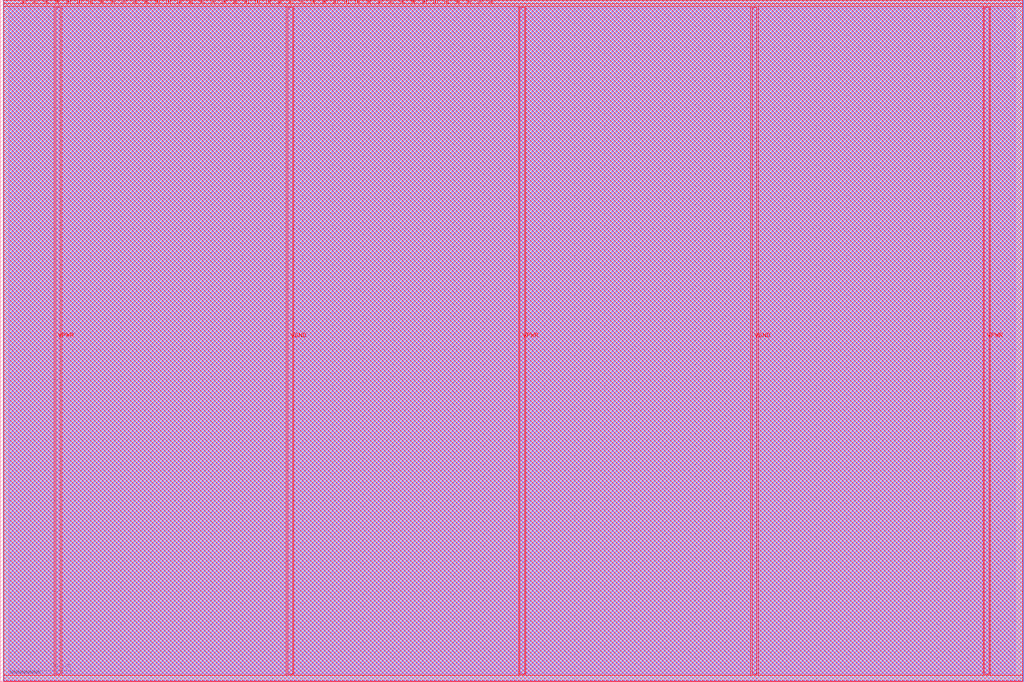
<source format=lef>
VERSION 5.7 ;
  NOWIREEXTENSIONATPIN ON ;
  DIVIDERCHAR "/" ;
  BUSBITCHARS "[]" ;
MACRO tt_um_phansel_laplace_lut
  CLASS BLOCK ;
  FOREIGN tt_um_phansel_laplace_lut ;
  ORIGIN 0.000 0.000 ;
  SIZE 338.560 BY 225.760 ;
  PIN VGND
    DIRECTION INOUT ;
    USE GROUND ;
    PORT
      LAYER met4 ;
        RECT 95.080 2.480 96.680 223.280 ;
    END
    PORT
      LAYER met4 ;
        RECT 248.680 2.480 250.280 223.280 ;
    END
  END VGND
  PIN VPWR
    DIRECTION INOUT ;
    USE POWER ;
    PORT
      LAYER met4 ;
        RECT 18.280 2.480 19.880 223.280 ;
    END
    PORT
      LAYER met4 ;
        RECT 171.880 2.480 173.480 223.280 ;
    END
    PORT
      LAYER met4 ;
        RECT 325.480 2.480 327.080 223.280 ;
    END
  END VPWR
  PIN clk
    DIRECTION INPUT ;
    USE SIGNAL ;
    ANTENNAGATEAREA 0.852000 ;
    PORT
      LAYER met4 ;
        RECT 158.550 224.760 158.850 225.760 ;
    END
  END clk
  PIN ena
    DIRECTION INPUT ;
    USE SIGNAL ;
    PORT
      LAYER met4 ;
        RECT 162.230 224.760 162.530 225.760 ;
    END
  END ena
  PIN rst_n
    DIRECTION INPUT ;
    USE SIGNAL ;
    ANTENNAGATEAREA 0.159000 ;
    PORT
      LAYER met4 ;
        RECT 154.870 224.760 155.170 225.760 ;
    END
  END rst_n
  PIN ui_in[0]
    DIRECTION INPUT ;
    USE SIGNAL ;
    ANTENNAGATEAREA 0.213000 ;
    PORT
      LAYER met4 ;
        RECT 151.190 224.760 151.490 225.760 ;
    END
  END ui_in[0]
  PIN ui_in[1]
    DIRECTION INPUT ;
    USE SIGNAL ;
    ANTENNAGATEAREA 0.196500 ;
    PORT
      LAYER met4 ;
        RECT 147.510 224.760 147.810 225.760 ;
    END
  END ui_in[1]
  PIN ui_in[2]
    DIRECTION INPUT ;
    USE SIGNAL ;
    ANTENNAGATEAREA 0.213000 ;
    PORT
      LAYER met4 ;
        RECT 143.830 224.760 144.130 225.760 ;
    END
  END ui_in[2]
  PIN ui_in[3]
    DIRECTION INPUT ;
    USE SIGNAL ;
    ANTENNAGATEAREA 0.159000 ;
    PORT
      LAYER met4 ;
        RECT 140.150 224.760 140.450 225.760 ;
    END
  END ui_in[3]
  PIN ui_in[4]
    DIRECTION INPUT ;
    USE SIGNAL ;
    ANTENNAGATEAREA 0.159000 ;
    PORT
      LAYER met4 ;
        RECT 136.470 224.760 136.770 225.760 ;
    END
  END ui_in[4]
  PIN ui_in[5]
    DIRECTION INPUT ;
    USE SIGNAL ;
    ANTENNAGATEAREA 0.213000 ;
    PORT
      LAYER met4 ;
        RECT 132.790 224.760 133.090 225.760 ;
    END
  END ui_in[5]
  PIN ui_in[6]
    DIRECTION INPUT ;
    USE SIGNAL ;
    ANTENNAGATEAREA 0.126000 ;
    PORT
      LAYER met4 ;
        RECT 129.110 224.760 129.410 225.760 ;
    END
  END ui_in[6]
  PIN ui_in[7]
    DIRECTION INPUT ;
    USE SIGNAL ;
    ANTENNAGATEAREA 0.196500 ;
    PORT
      LAYER met4 ;
        RECT 125.430 224.760 125.730 225.760 ;
    END
  END ui_in[7]
  PIN uio_in[0]
    DIRECTION INPUT ;
    USE SIGNAL ;
    PORT
      LAYER met4 ;
        RECT 121.750 224.760 122.050 225.760 ;
    END
  END uio_in[0]
  PIN uio_in[1]
    DIRECTION INPUT ;
    USE SIGNAL ;
    PORT
      LAYER met4 ;
        RECT 118.070 224.760 118.370 225.760 ;
    END
  END uio_in[1]
  PIN uio_in[2]
    DIRECTION INPUT ;
    USE SIGNAL ;
    PORT
      LAYER met4 ;
        RECT 114.390 224.760 114.690 225.760 ;
    END
  END uio_in[2]
  PIN uio_in[3]
    DIRECTION INPUT ;
    USE SIGNAL ;
    PORT
      LAYER met4 ;
        RECT 110.710 224.760 111.010 225.760 ;
    END
  END uio_in[3]
  PIN uio_in[4]
    DIRECTION INPUT ;
    USE SIGNAL ;
    PORT
      LAYER met4 ;
        RECT 107.030 224.760 107.330 225.760 ;
    END
  END uio_in[4]
  PIN uio_in[5]
    DIRECTION INPUT ;
    USE SIGNAL ;
    PORT
      LAYER met4 ;
        RECT 103.350 224.760 103.650 225.760 ;
    END
  END uio_in[5]
  PIN uio_in[6]
    DIRECTION INPUT ;
    USE SIGNAL ;
    PORT
      LAYER met4 ;
        RECT 99.670 224.760 99.970 225.760 ;
    END
  END uio_in[6]
  PIN uio_in[7]
    DIRECTION INPUT ;
    USE SIGNAL ;
    PORT
      LAYER met4 ;
        RECT 95.990 224.760 96.290 225.760 ;
    END
  END uio_in[7]
  PIN uio_oe[0]
    DIRECTION OUTPUT TRISTATE ;
    USE SIGNAL ;
    PORT
      LAYER met4 ;
        RECT 33.430 224.760 33.730 225.760 ;
    END
  END uio_oe[0]
  PIN uio_oe[1]
    DIRECTION OUTPUT TRISTATE ;
    USE SIGNAL ;
    PORT
      LAYER met4 ;
        RECT 29.750 224.760 30.050 225.760 ;
    END
  END uio_oe[1]
  PIN uio_oe[2]
    DIRECTION OUTPUT TRISTATE ;
    USE SIGNAL ;
    PORT
      LAYER met4 ;
        RECT 26.070 224.760 26.370 225.760 ;
    END
  END uio_oe[2]
  PIN uio_oe[3]
    DIRECTION OUTPUT TRISTATE ;
    USE SIGNAL ;
    PORT
      LAYER met4 ;
        RECT 22.390 224.760 22.690 225.760 ;
    END
  END uio_oe[3]
  PIN uio_oe[4]
    DIRECTION OUTPUT TRISTATE ;
    USE SIGNAL ;
    PORT
      LAYER met4 ;
        RECT 18.710 224.760 19.010 225.760 ;
    END
  END uio_oe[4]
  PIN uio_oe[5]
    DIRECTION OUTPUT TRISTATE ;
    USE SIGNAL ;
    PORT
      LAYER met4 ;
        RECT 15.030 224.760 15.330 225.760 ;
    END
  END uio_oe[5]
  PIN uio_oe[6]
    DIRECTION OUTPUT TRISTATE ;
    USE SIGNAL ;
    PORT
      LAYER met4 ;
        RECT 11.350 224.760 11.650 225.760 ;
    END
  END uio_oe[6]
  PIN uio_oe[7]
    DIRECTION OUTPUT TRISTATE ;
    USE SIGNAL ;
    PORT
      LAYER met4 ;
        RECT 7.670 224.760 7.970 225.760 ;
    END
  END uio_oe[7]
  PIN uio_out[0]
    DIRECTION OUTPUT TRISTATE ;
    USE SIGNAL ;
    ANTENNADIFFAREA 0.445500 ;
    PORT
      LAYER met4 ;
        RECT 62.870 224.760 63.170 225.760 ;
    END
  END uio_out[0]
  PIN uio_out[1]
    DIRECTION OUTPUT TRISTATE ;
    USE SIGNAL ;
    ANTENNADIFFAREA 0.891000 ;
    PORT
      LAYER met4 ;
        RECT 59.190 224.760 59.490 225.760 ;
    END
  END uio_out[1]
  PIN uio_out[2]
    DIRECTION OUTPUT TRISTATE ;
    USE SIGNAL ;
    ANTENNADIFFAREA 0.445500 ;
    PORT
      LAYER met4 ;
        RECT 55.510 224.760 55.810 225.760 ;
    END
  END uio_out[2]
  PIN uio_out[3]
    DIRECTION OUTPUT TRISTATE ;
    USE SIGNAL ;
    ANTENNADIFFAREA 0.891000 ;
    PORT
      LAYER met4 ;
        RECT 51.830 224.760 52.130 225.760 ;
    END
  END uio_out[3]
  PIN uio_out[4]
    DIRECTION OUTPUT TRISTATE ;
    USE SIGNAL ;
    ANTENNADIFFAREA 0.445500 ;
    PORT
      LAYER met4 ;
        RECT 48.150 224.760 48.450 225.760 ;
    END
  END uio_out[4]
  PIN uio_out[5]
    DIRECTION OUTPUT TRISTATE ;
    USE SIGNAL ;
    ANTENNADIFFAREA 0.445500 ;
    PORT
      LAYER met4 ;
        RECT 44.470 224.760 44.770 225.760 ;
    END
  END uio_out[5]
  PIN uio_out[6]
    DIRECTION OUTPUT TRISTATE ;
    USE SIGNAL ;
    ANTENNADIFFAREA 0.891000 ;
    PORT
      LAYER met4 ;
        RECT 40.790 224.760 41.090 225.760 ;
    END
  END uio_out[6]
  PIN uio_out[7]
    DIRECTION OUTPUT TRISTATE ;
    USE SIGNAL ;
    PORT
      LAYER met4 ;
        RECT 37.110 224.760 37.410 225.760 ;
    END
  END uio_out[7]
  PIN uo_out[0]
    DIRECTION OUTPUT TRISTATE ;
    USE SIGNAL ;
    ANTENNADIFFAREA 0.445500 ;
    PORT
      LAYER met4 ;
        RECT 92.310 224.760 92.610 225.760 ;
    END
  END uo_out[0]
  PIN uo_out[1]
    DIRECTION OUTPUT TRISTATE ;
    USE SIGNAL ;
    ANTENNADIFFAREA 0.445500 ;
    PORT
      LAYER met4 ;
        RECT 88.630 224.760 88.930 225.760 ;
    END
  END uo_out[1]
  PIN uo_out[2]
    DIRECTION OUTPUT TRISTATE ;
    USE SIGNAL ;
    ANTENNADIFFAREA 0.445500 ;
    PORT
      LAYER met4 ;
        RECT 84.950 224.760 85.250 225.760 ;
    END
  END uo_out[2]
  PIN uo_out[3]
    DIRECTION OUTPUT TRISTATE ;
    USE SIGNAL ;
    ANTENNADIFFAREA 0.445500 ;
    PORT
      LAYER met4 ;
        RECT 81.270 224.760 81.570 225.760 ;
    END
  END uo_out[3]
  PIN uo_out[4]
    DIRECTION OUTPUT TRISTATE ;
    USE SIGNAL ;
    ANTENNADIFFAREA 0.445500 ;
    PORT
      LAYER met4 ;
        RECT 77.590 224.760 77.890 225.760 ;
    END
  END uo_out[4]
  PIN uo_out[5]
    DIRECTION OUTPUT TRISTATE ;
    USE SIGNAL ;
    ANTENNADIFFAREA 0.445500 ;
    PORT
      LAYER met4 ;
        RECT 73.910 224.760 74.210 225.760 ;
    END
  END uo_out[5]
  PIN uo_out[6]
    DIRECTION OUTPUT TRISTATE ;
    USE SIGNAL ;
    ANTENNADIFFAREA 0.445500 ;
    PORT
      LAYER met4 ;
        RECT 70.230 224.760 70.530 225.760 ;
    END
  END uo_out[6]
  PIN uo_out[7]
    DIRECTION OUTPUT TRISTATE ;
    USE SIGNAL ;
    PORT
      LAYER met4 ;
        RECT 66.550 224.760 66.850 225.760 ;
    END
  END uo_out[7]
  OBS
      LAYER li1 ;
        RECT 2.760 2.635 335.800 223.125 ;
      LAYER met1 ;
        RECT 0.990 0.380 338.490 225.720 ;
      LAYER met2 ;
        RECT 1.010 0.155 338.470 225.750 ;
      LAYER met3 ;
        RECT 0.985 0.175 338.495 225.585 ;
      LAYER met4 ;
        RECT 1.215 224.360 7.270 225.585 ;
        RECT 8.370 224.360 10.950 225.585 ;
        RECT 12.050 224.360 14.630 225.585 ;
        RECT 15.730 224.360 18.310 225.585 ;
        RECT 19.410 224.360 21.990 225.585 ;
        RECT 23.090 224.360 25.670 225.585 ;
        RECT 26.770 224.360 29.350 225.585 ;
        RECT 30.450 224.360 33.030 225.585 ;
        RECT 34.130 224.360 36.710 225.585 ;
        RECT 37.810 224.360 40.390 225.585 ;
        RECT 41.490 224.360 44.070 225.585 ;
        RECT 45.170 224.360 47.750 225.585 ;
        RECT 48.850 224.360 51.430 225.585 ;
        RECT 52.530 224.360 55.110 225.585 ;
        RECT 56.210 224.360 58.790 225.585 ;
        RECT 59.890 224.360 62.470 225.585 ;
        RECT 63.570 224.360 66.150 225.585 ;
        RECT 67.250 224.360 69.830 225.585 ;
        RECT 70.930 224.360 73.510 225.585 ;
        RECT 74.610 224.360 77.190 225.585 ;
        RECT 78.290 224.360 80.870 225.585 ;
        RECT 81.970 224.360 84.550 225.585 ;
        RECT 85.650 224.360 88.230 225.585 ;
        RECT 89.330 224.360 91.910 225.585 ;
        RECT 93.010 224.360 95.590 225.585 ;
        RECT 96.690 224.360 99.270 225.585 ;
        RECT 100.370 224.360 102.950 225.585 ;
        RECT 104.050 224.360 106.630 225.585 ;
        RECT 107.730 224.360 110.310 225.585 ;
        RECT 111.410 224.360 113.990 225.585 ;
        RECT 115.090 224.360 117.670 225.585 ;
        RECT 118.770 224.360 121.350 225.585 ;
        RECT 122.450 224.360 125.030 225.585 ;
        RECT 126.130 224.360 128.710 225.585 ;
        RECT 129.810 224.360 132.390 225.585 ;
        RECT 133.490 224.360 136.070 225.585 ;
        RECT 137.170 224.360 139.750 225.585 ;
        RECT 140.850 224.360 143.430 225.585 ;
        RECT 144.530 224.360 147.110 225.585 ;
        RECT 148.210 224.360 150.790 225.585 ;
        RECT 151.890 224.360 154.470 225.585 ;
        RECT 155.570 224.360 158.150 225.585 ;
        RECT 159.250 224.360 161.830 225.585 ;
        RECT 162.930 224.360 338.265 225.585 ;
        RECT 1.215 223.680 338.265 224.360 ;
        RECT 1.215 2.080 17.880 223.680 ;
        RECT 20.280 2.080 94.680 223.680 ;
        RECT 97.080 2.080 171.480 223.680 ;
        RECT 173.880 2.080 248.280 223.680 ;
        RECT 250.680 2.080 325.080 223.680 ;
        RECT 327.480 2.080 338.265 223.680 ;
        RECT 1.215 0.175 338.265 2.080 ;
  END
END tt_um_phansel_laplace_lut
END LIBRARY


</source>
